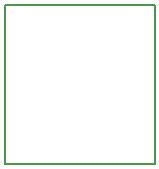
<source format=gm1>
%TF.GenerationSoftware,KiCad,Pcbnew,4.0.4-stable*%
%TF.CreationDate,2017-03-14T02:34:00+02:00*%
%TF.ProjectId,ltc2990_sensor,6C7463323939305F73656E736F722E6B,rev?*%
%TF.FileFunction,Profile,NP*%
%FSLAX46Y46*%
G04 Gerber Fmt 4.6, Leading zero omitted, Abs format (unit mm)*
G04 Created by KiCad (PCBNEW 4.0.4-stable) date 03/14/17 02:34:00*
%MOMM*%
%LPD*%
G01*
G04 APERTURE LIST*
%ADD10C,0.100000*%
%ADD11C,0.150000*%
G04 APERTURE END LIST*
D10*
D11*
X159000000Y-123000000D02*
X159000000Y-109500000D01*
X159000000Y-123000000D02*
X171700000Y-123000000D01*
X171700000Y-109500000D02*
X171700000Y-123000000D01*
X159000000Y-109500000D02*
X171700000Y-109500000D01*
M02*

</source>
